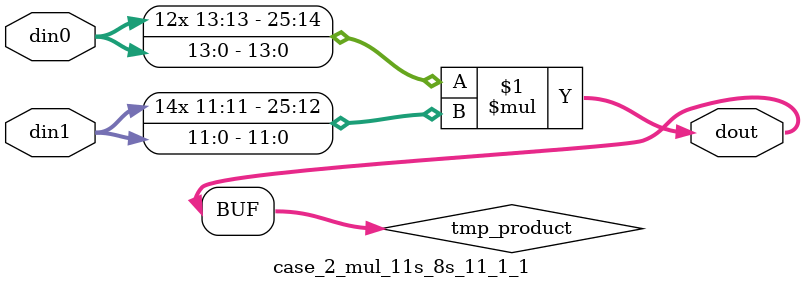
<source format=v>

`timescale 1 ns / 1 ps

 module case_2_mul_11s_8s_11_1_1(din0, din1, dout);
parameter ID = 1;
parameter NUM_STAGE = 0;
parameter din0_WIDTH = 14;
parameter din1_WIDTH = 12;
parameter dout_WIDTH = 26;

input [din0_WIDTH - 1 : 0] din0; 
input [din1_WIDTH - 1 : 0] din1; 
output [dout_WIDTH - 1 : 0] dout;

wire signed [dout_WIDTH - 1 : 0] tmp_product;



























assign tmp_product = $signed(din0) * $signed(din1);








assign dout = tmp_product;





















endmodule

</source>
